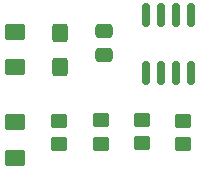
<source format=gbr>
%TF.GenerationSoftware,KiCad,Pcbnew,(6.0.10)*%
%TF.CreationDate,2023-02-16T14:22:03-08:00*%
%TF.ProjectId,Exercise 2,45786572-6369-4736-9520-322e6b696361,rev?*%
%TF.SameCoordinates,Original*%
%TF.FileFunction,Paste,Top*%
%TF.FilePolarity,Positive*%
%FSLAX46Y46*%
G04 Gerber Fmt 4.6, Leading zero omitted, Abs format (unit mm)*
G04 Created by KiCad (PCBNEW (6.0.10)) date 2023-02-16 14:22:03*
%MOMM*%
%LPD*%
G01*
G04 APERTURE LIST*
G04 Aperture macros list*
%AMRoundRect*
0 Rectangle with rounded corners*
0 $1 Rounding radius*
0 $2 $3 $4 $5 $6 $7 $8 $9 X,Y pos of 4 corners*
0 Add a 4 corners polygon primitive as box body*
4,1,4,$2,$3,$4,$5,$6,$7,$8,$9,$2,$3,0*
0 Add four circle primitives for the rounded corners*
1,1,$1+$1,$2,$3*
1,1,$1+$1,$4,$5*
1,1,$1+$1,$6,$7*
1,1,$1+$1,$8,$9*
0 Add four rect primitives between the rounded corners*
20,1,$1+$1,$2,$3,$4,$5,0*
20,1,$1+$1,$4,$5,$6,$7,0*
20,1,$1+$1,$6,$7,$8,$9,0*
20,1,$1+$1,$8,$9,$2,$3,0*%
G04 Aperture macros list end*
%ADD10RoundRect,0.250001X0.624999X-0.462499X0.624999X0.462499X-0.624999X0.462499X-0.624999X-0.462499X0*%
%ADD11RoundRect,0.250000X-0.450000X0.350000X-0.450000X-0.350000X0.450000X-0.350000X0.450000X0.350000X0*%
%ADD12RoundRect,0.250001X-0.624999X0.462499X-0.624999X-0.462499X0.624999X-0.462499X0.624999X0.462499X0*%
%ADD13RoundRect,0.250000X0.475000X-0.337500X0.475000X0.337500X-0.475000X0.337500X-0.475000X-0.337500X0*%
%ADD14RoundRect,0.150000X0.150000X-0.825000X0.150000X0.825000X-0.150000X0.825000X-0.150000X-0.825000X0*%
%ADD15RoundRect,0.250000X0.450000X-0.350000X0.450000X0.350000X-0.450000X0.350000X-0.450000X-0.350000X0*%
%ADD16RoundRect,0.250000X0.425000X-0.537500X0.425000X0.537500X-0.425000X0.537500X-0.425000X-0.537500X0*%
G04 APERTURE END LIST*
D10*
%TO.C,D1*%
X190507363Y-85535093D03*
X190507363Y-82560093D03*
%TD*%
D11*
%TO.C,R3*%
X201263703Y-82344649D03*
X201263703Y-84344649D03*
%TD*%
D12*
%TO.C,D2*%
X190479835Y-74934655D03*
X190479835Y-77909655D03*
%TD*%
D13*
%TO.C,C2*%
X198042851Y-76866826D03*
X198042851Y-74791826D03*
%TD*%
D14*
%TO.C,U1*%
X201588524Y-78414441D03*
X202858524Y-78414441D03*
X204128524Y-78414441D03*
X205398524Y-78414441D03*
X205398524Y-73464441D03*
X204128524Y-73464441D03*
X202858524Y-73464441D03*
X201588524Y-73464441D03*
%TD*%
D15*
%TO.C,R4*%
X204732314Y-84427235D03*
X204732314Y-82427235D03*
%TD*%
D11*
%TO.C,R1*%
X194216368Y-82427235D03*
X194216368Y-84427235D03*
%TD*%
D15*
%TO.C,R2*%
X197740036Y-84372177D03*
X197740036Y-82372177D03*
%TD*%
D16*
%TO.C,C1*%
X194278790Y-77872547D03*
X194278790Y-74997547D03*
%TD*%
M02*

</source>
